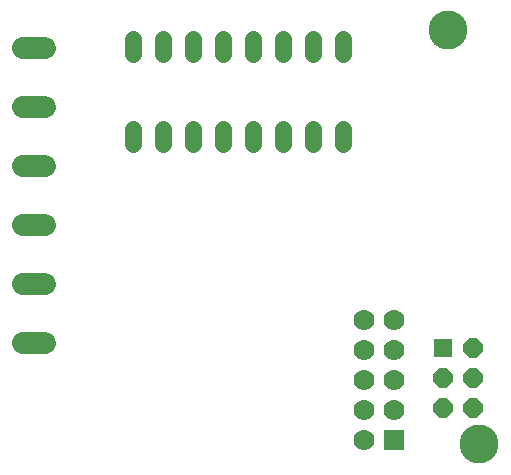
<source format=gbs>
G75*
G70*
%OFA0B0*%
%FSLAX24Y24*%
%IPPOS*%
%LPD*%
%AMOC8*
5,1,8,0,0,1.08239X$1,22.5*
%
%ADD10C,0.1300*%
%ADD11C,0.0560*%
%ADD12R,0.0640X0.0640*%
%ADD13OC8,0.0640*%
%ADD14C,0.0745*%
%ADD15R,0.0700X0.0700*%
%ADD16C,0.0700*%
D10*
X018929Y016422D03*
X019979Y002622D03*
D11*
X015429Y012612D02*
X015429Y013132D01*
X014429Y013132D02*
X014429Y012612D01*
X013429Y012612D02*
X013429Y013132D01*
X012429Y013132D02*
X012429Y012612D01*
X011429Y012612D02*
X011429Y013132D01*
X010429Y013132D02*
X010429Y012612D01*
X009429Y012612D02*
X009429Y013132D01*
X008429Y013132D02*
X008429Y012612D01*
X008429Y015612D02*
X008429Y016132D01*
X009429Y016132D02*
X009429Y015612D01*
X010429Y015612D02*
X010429Y016132D01*
X011429Y016132D02*
X011429Y015612D01*
X012429Y015612D02*
X012429Y016132D01*
X013429Y016132D02*
X013429Y015612D01*
X014429Y015612D02*
X014429Y016132D01*
X015429Y016132D02*
X015429Y015612D01*
D12*
X018779Y005822D03*
D13*
X019779Y005822D03*
X019779Y004822D03*
X019779Y003822D03*
X018779Y003822D03*
X018779Y004822D03*
D14*
X005481Y006001D02*
X004776Y006001D01*
X004776Y007969D02*
X005481Y007969D01*
X005481Y009938D02*
X004776Y009938D01*
X004776Y011906D02*
X005481Y011906D01*
X005481Y013875D02*
X004776Y013875D01*
X004776Y015843D02*
X005481Y015843D01*
D15*
X017129Y002772D03*
D16*
X017129Y003772D03*
X017129Y004772D03*
X017129Y005772D03*
X017129Y006772D03*
X016129Y006772D03*
X016129Y005772D03*
X016129Y004772D03*
X016129Y003772D03*
X016129Y002772D03*
M02*

</source>
